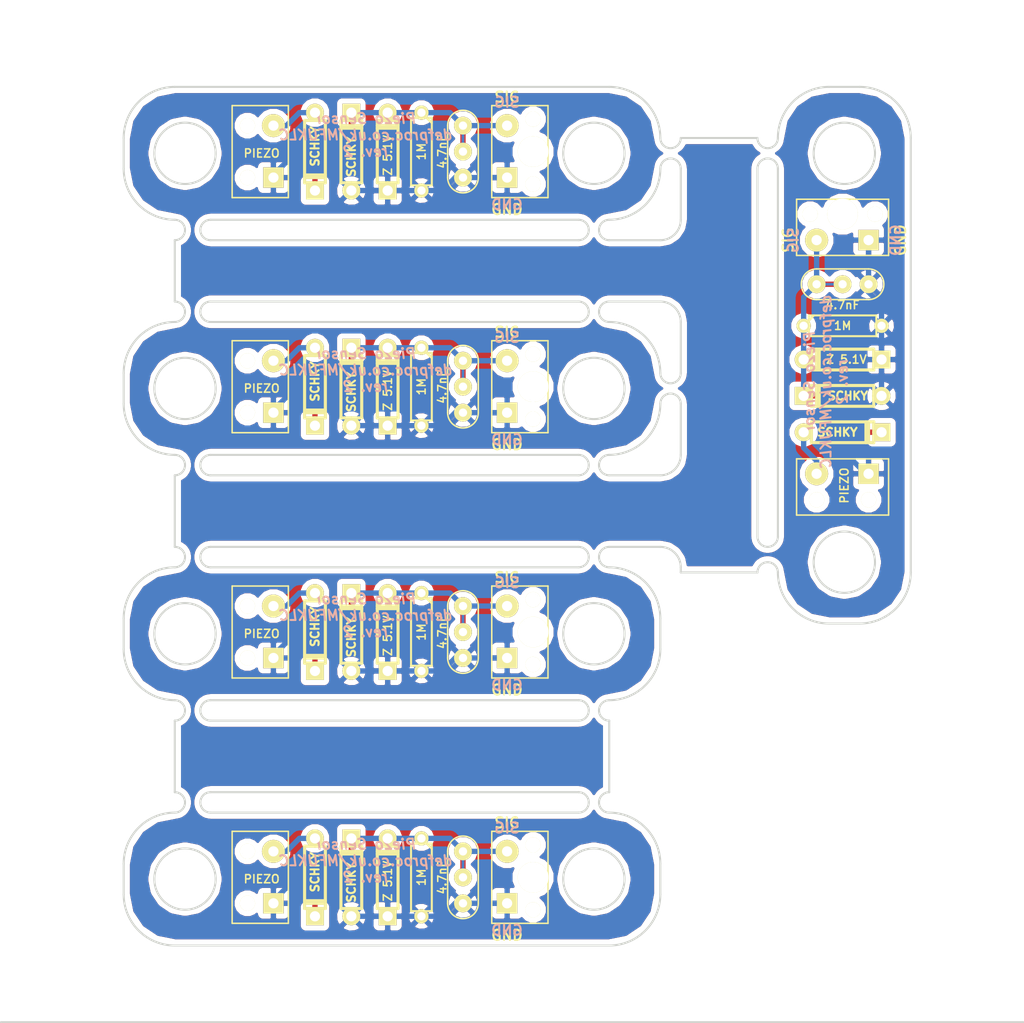
<source format=kicad_pcb>
(kicad_pcb (version 3) (host pcbnew "(2013-jul-07)-stable")
  (layers (15 F.Cu signal) (0 B.Cu signal) (18 B.Paste user hide) (19 F.Paste user hide) (20 B.SilkS user) (21 F.SilkS user) (22 B.Mask user) (23 F.Mask user) (28 Edge.Cuts user))
  (net 0 "")
  (net 1 GND)
  (net 2 N-000001)
  (net 3 SIGNAL)
  (module R3 (layer F.Cu) (at 256.33 167.872)
    (fp_text reference R1 hide)
    (fp_text value 1M (at 0 0) (layer F.SilkS) (effects (font (size 0.8 0.8))))
    (pad 1 thru_hole circle (at -3.81 0) (size 1.397 1.397) (drill 0.8128) (layers *.Cu *.Mask F.SilkS) (net 3 SIGNAL))
    (pad 2 thru_hole circle (at 3.81 0) (size 1.397 1.397) (drill 0.8128) (layers *.Cu *.Mask F.SilkS) (net 1 GND))
  )
  (module PZ2 (layer F.Cu) (at 256.33 184.89)
    (fp_text reference PIEZO (at 0.17 -1.39 90) (layer F.SilkS) (effects (font (size 0.8 0.8))))
    (fp_text value PIEZO hide)
    (pad 1 thru_hole circle (at -2.54 -2.54) (size 2.25 2.25) (drill 1) (layers *.Cu *.Mask F.SilkS) (net 2 N-000001))
    (pad 2 thru_hole rect (at 2.54 -2.54) (size 2 2) (drill 1) (layers *.Cu *.Mask F.SilkS) (net 1 GND))
    (pad "" np_thru_hole circle (at -2.54 0) (size 1.5 1.5) (drill 1.5) (layers *.Cu *.Mask F.SilkS))
    (pad "" np_thru_hole circle (at 2.54 0) (size 1.5 1.5) (drill 1.5) (layers *.Cu *.Mask F.SilkS))
  )
  (module PZ1 (layer F.Cu) (at 256.33 159.49)
    (fp_text reference CONN hide)
    (fp_text value CONN_2 hide)
    (pad 1 thru_hole circle (at -2.54 0) (size 2.25 2.25) (drill 1) (layers *.Cu *.Mask F.SilkS) (net 3 SIGNAL))
    (pad 2 thru_hole rect (at 2.54 0) (size 2 2) (drill 1) (layers *.Cu *.Mask F.SilkS) (net 1 GND))
    (pad "" np_thru_hole circle (at -3.175 -2.54) (size 1.5 1.5) (drill 1.5) (layers *.Cu *.Mask F.SilkS))
    (pad "" np_thru_hole circle (at 3.175 -2.54) (size 1.5 1.5) (drill 1.5) (layers *.Cu *.Mask F.SilkS))
    (pad "" np_thru_hole circle (at 0 -2.54) (size 3 3) (drill 3) (layers *.Cu *.Mask F.SilkS))
  )
  (module C1-2 (layer F.Cu) (at 257.6 163.808)
    (fp_text reference 4.7nF (at -1.27 2.032) (layer F.SilkS) (effects (font (size 0.8 0.8))))
    (fp_text value 4.7nF hide)
    (fp_line (start -3.81 0) (end -1.27 0) (layer B.Cu) (width 0.25))
    (pad 1 thru_hole circle (at -1.27 0) (size 1.75 1.75) (drill 0.8128) (layers *.Cu *.Mask F.SilkS) (net 3 SIGNAL))
    (pad 2 thru_hole circle (at 1.27 0) (size 1.75 1.75) (drill 0.8128) (layers *.Cu *.Mask F.SilkS) (net 1 GND))
    (pad 1 thru_hole circle (at -3.81 0) (size 1.75 1.75) (drill 0.8128) (layers *.Cu *.Mask F.SilkS) (net 3 SIGNAL))
  )
  (module SCHKY1 (layer F.Cu) (at 256.33 178.286)
    (fp_text reference SCHKY (at -0.508 0) (layer F.SilkS) (effects (font (size 0.8 0.8) (thickness 0.2))))
    (fp_text value "SHOTTKY DIODE SR1100" hide)
    (pad 2 thru_hole rect (at 3.81 0) (size 1.75 1.75) (drill 1) (layers *.Cu *.Mask F.SilkS) (net 3 SIGNAL))
    (pad 1 thru_hole circle (at -3.81 0) (size 1.75 1.75) (drill 1) (layers *.Cu *.Mask F.SilkS) (net 2 N-000001))
  )
  (module SCHKY1 (layer F.Cu) (at 256.33 174.73 180)
    (fp_text reference SCHKY (at -0.508 0 180) (layer F.SilkS) (effects (font (size 0.8 0.8) (thickness 0.2))))
    (fp_text value "SHOTTKY DIODE SR1100" hide)
    (pad 2 thru_hole rect (at 3.81 0 180) (size 1.75 1.75) (drill 1) (layers *.Cu *.Mask F.SilkS) (net 3 SIGNAL))
    (pad 1 thru_hole circle (at -3.81 0 180) (size 1.75 1.75) (drill 1) (layers *.Cu *.Mask F.SilkS) (net 1 GND))
  )
  (module D3-REV (layer F.Cu) (at 256.33 171.174 180)
    (fp_text reference "Z 5.1V" (at -0.37 0.01 180) (layer F.SilkS) (effects (font (size 0.8 0.8))))
    (fp_text value "ZENER DIODE 1N751A" hide)
    (pad 2 thru_hole circle (at 3.81 0 180) (size 1.75 1.75) (drill 1) (layers *.Cu *.Mask F.SilkS) (net 3 SIGNAL))
    (pad 1 thru_hole rect (at -3.81 0 180) (size 1.75 1.75) (drill 1) (layers *.Cu *.Mask F.SilkS) (net 1 GND))
  )
  (module D3-REV (layer F.Cu) (at 211.826 221.83 90)
    (fp_text reference "Z 5.1V" (at -0.37 0.01 90) (layer F.SilkS) (effects (font (size 0.8 0.8))))
    (fp_text value "ZENER DIODE 1N751A" hide)
    (pad 2 thru_hole circle (at 3.81 0 90) (size 1.75 1.75) (drill 1) (layers *.Cu *.Mask F.SilkS) (net 3 SIGNAL))
    (pad 1 thru_hole rect (at -3.81 0 90) (size 1.75 1.75) (drill 1) (layers *.Cu *.Mask F.SilkS) (net 1 GND))
  )
  (module SCHKY1 (layer F.Cu) (at 208.27 221.83 90)
    (fp_text reference SCHKY (at -0.508 0 90) (layer F.SilkS) (effects (font (size 0.8 0.8) (thickness 0.2))))
    (fp_text value "SHOTTKY DIODE SR1100" hide)
    (pad 2 thru_hole rect (at 3.81 0 90) (size 1.75 1.75) (drill 1) (layers *.Cu *.Mask F.SilkS) (net 3 SIGNAL))
    (pad 1 thru_hole circle (at -3.81 0 90) (size 1.75 1.75) (drill 1) (layers *.Cu *.Mask F.SilkS) (net 1 GND))
  )
  (module SCHKY1 (layer F.Cu) (at 204.714 221.83 270)
    (fp_text reference SCHKY (at -0.508 0 270) (layer F.SilkS) (effects (font (size 0.8 0.8) (thickness 0.2))))
    (fp_text value "SHOTTKY DIODE SR1100" hide)
    (pad 2 thru_hole rect (at 3.81 0 270) (size 1.75 1.75) (drill 1) (layers *.Cu *.Mask F.SilkS) (net 3 SIGNAL))
    (pad 1 thru_hole circle (at -3.81 0 270) (size 1.75 1.75) (drill 1) (layers *.Cu *.Mask F.SilkS) (net 2 N-000001))
  )
  (module C1-2 (layer F.Cu) (at 219.192 223.1 270)
    (fp_text reference 4.7nF (at -1.27 2.032 270) (layer F.SilkS) (effects (font (size 0.8 0.8))))
    (fp_text value 4.7nF hide)
    (fp_line (start -3.81 0) (end -1.27 0) (layer B.Cu) (width 0.25))
    (pad 1 thru_hole circle (at -1.27 0 270) (size 1.75 1.75) (drill 0.8128) (layers *.Cu *.Mask F.SilkS) (net 3 SIGNAL))
    (pad 2 thru_hole circle (at 1.27 0 270) (size 1.75 1.75) (drill 0.8128) (layers *.Cu *.Mask F.SilkS) (net 1 GND))
    (pad 1 thru_hole circle (at -3.81 0 270) (size 1.75 1.75) (drill 0.8128) (layers *.Cu *.Mask F.SilkS) (net 3 SIGNAL))
  )
  (module PZ1 (layer F.Cu) (at 223.51 221.83 270)
    (fp_text reference CONN hide)
    (fp_text value CONN_2 hide)
    (pad 1 thru_hole circle (at -2.54 0 270) (size 2.25 2.25) (drill 1) (layers *.Cu *.Mask F.SilkS) (net 3 SIGNAL))
    (pad 2 thru_hole rect (at 2.54 0 270) (size 2 2) (drill 1) (layers *.Cu *.Mask F.SilkS) (net 1 GND))
    (pad "" np_thru_hole circle (at -3.175 -2.54 270) (size 1.5 1.5) (drill 1.5) (layers *.Cu *.Mask F.SilkS))
    (pad "" np_thru_hole circle (at 3.175 -2.54 270) (size 1.5 1.5) (drill 1.5) (layers *.Cu *.Mask F.SilkS))
    (pad "" np_thru_hole circle (at 0 -2.54 270) (size 3 3) (drill 3) (layers *.Cu *.Mask F.SilkS))
  )
  (module PZ2 (layer F.Cu) (at 198.11 221.83 270)
    (fp_text reference PIEZO (at 0.17 -1.39 360) (layer F.SilkS) (effects (font (size 0.8 0.8))))
    (fp_text value PIEZO hide)
    (pad 1 thru_hole circle (at -2.54 -2.54 270) (size 2.25 2.25) (drill 1) (layers *.Cu *.Mask F.SilkS) (net 2 N-000001))
    (pad 2 thru_hole rect (at 2.54 -2.54 270) (size 2 2) (drill 1) (layers *.Cu *.Mask F.SilkS) (net 1 GND))
    (pad "" np_thru_hole circle (at -2.54 0 270) (size 1.5 1.5) (drill 1.5) (layers *.Cu *.Mask F.SilkS))
    (pad "" np_thru_hole circle (at 2.54 0 270) (size 1.5 1.5) (drill 1.5) (layers *.Cu *.Mask F.SilkS))
  )
  (module R3 (layer F.Cu) (at 215.128 221.83 270)
    (fp_text reference R1 hide)
    (fp_text value 1M (at 0 0 270) (layer F.SilkS) (effects (font (size 0.8 0.8))))
    (pad 1 thru_hole circle (at -3.81 0 270) (size 1.397 1.397) (drill 0.8128) (layers *.Cu *.Mask F.SilkS) (net 3 SIGNAL))
    (pad 2 thru_hole circle (at 3.81 0 270) (size 1.397 1.397) (drill 0.8128) (layers *.Cu *.Mask F.SilkS) (net 1 GND))
  )
  (module R3 (layer F.Cu) (at 215.128 197.83 270)
    (fp_text reference R1 hide)
    (fp_text value 1M (at 0 0 270) (layer F.SilkS) (effects (font (size 0.8 0.8))))
    (pad 1 thru_hole circle (at -3.81 0 270) (size 1.397 1.397) (drill 0.8128) (layers *.Cu *.Mask F.SilkS) (net 3 SIGNAL))
    (pad 2 thru_hole circle (at 3.81 0 270) (size 1.397 1.397) (drill 0.8128) (layers *.Cu *.Mask F.SilkS) (net 1 GND))
  )
  (module PZ2 (layer F.Cu) (at 198.11 197.83 270)
    (fp_text reference PIEZO (at 0.17 -1.39 360) (layer F.SilkS) (effects (font (size 0.8 0.8))))
    (fp_text value PIEZO hide)
    (pad 1 thru_hole circle (at -2.54 -2.54 270) (size 2.25 2.25) (drill 1) (layers *.Cu *.Mask F.SilkS) (net 2 N-000001))
    (pad 2 thru_hole rect (at 2.54 -2.54 270) (size 2 2) (drill 1) (layers *.Cu *.Mask F.SilkS) (net 1 GND))
    (pad "" np_thru_hole circle (at -2.54 0 270) (size 1.5 1.5) (drill 1.5) (layers *.Cu *.Mask F.SilkS))
    (pad "" np_thru_hole circle (at 2.54 0 270) (size 1.5 1.5) (drill 1.5) (layers *.Cu *.Mask F.SilkS))
  )
  (module PZ1 (layer F.Cu) (at 223.51 197.83 270)
    (fp_text reference CONN hide)
    (fp_text value CONN_2 hide)
    (pad 1 thru_hole circle (at -2.54 0 270) (size 2.25 2.25) (drill 1) (layers *.Cu *.Mask F.SilkS) (net 3 SIGNAL))
    (pad 2 thru_hole rect (at 2.54 0 270) (size 2 2) (drill 1) (layers *.Cu *.Mask F.SilkS) (net 1 GND))
    (pad "" np_thru_hole circle (at -3.175 -2.54 270) (size 1.5 1.5) (drill 1.5) (layers *.Cu *.Mask F.SilkS))
    (pad "" np_thru_hole circle (at 3.175 -2.54 270) (size 1.5 1.5) (drill 1.5) (layers *.Cu *.Mask F.SilkS))
    (pad "" np_thru_hole circle (at 0 -2.54 270) (size 3 3) (drill 3) (layers *.Cu *.Mask F.SilkS))
  )
  (module C1-2 (layer F.Cu) (at 219.192 199.1 270)
    (fp_text reference 4.7nF (at -1.27 2.032 270) (layer F.SilkS) (effects (font (size 0.8 0.8))))
    (fp_text value 4.7nF hide)
    (fp_line (start -3.81 0) (end -1.27 0) (layer B.Cu) (width 0.25))
    (pad 1 thru_hole circle (at -1.27 0 270) (size 1.75 1.75) (drill 0.8128) (layers *.Cu *.Mask F.SilkS) (net 3 SIGNAL))
    (pad 2 thru_hole circle (at 1.27 0 270) (size 1.75 1.75) (drill 0.8128) (layers *.Cu *.Mask F.SilkS) (net 1 GND))
    (pad 1 thru_hole circle (at -3.81 0 270) (size 1.75 1.75) (drill 0.8128) (layers *.Cu *.Mask F.SilkS) (net 3 SIGNAL))
  )
  (module SCHKY1 (layer F.Cu) (at 204.714 197.83 270)
    (fp_text reference SCHKY (at -0.508 0 270) (layer F.SilkS) (effects (font (size 0.8 0.8) (thickness 0.2))))
    (fp_text value "SHOTTKY DIODE SR1100" hide)
    (pad 2 thru_hole rect (at 3.81 0 270) (size 1.75 1.75) (drill 1) (layers *.Cu *.Mask F.SilkS) (net 3 SIGNAL))
    (pad 1 thru_hole circle (at -3.81 0 270) (size 1.75 1.75) (drill 1) (layers *.Cu *.Mask F.SilkS) (net 2 N-000001))
  )
  (module SCHKY1 (layer F.Cu) (at 208.27 197.83 90)
    (fp_text reference SCHKY (at -0.508 0 90) (layer F.SilkS) (effects (font (size 0.8 0.8) (thickness 0.2))))
    (fp_text value "SHOTTKY DIODE SR1100" hide)
    (pad 2 thru_hole rect (at 3.81 0 90) (size 1.75 1.75) (drill 1) (layers *.Cu *.Mask F.SilkS) (net 3 SIGNAL))
    (pad 1 thru_hole circle (at -3.81 0 90) (size 1.75 1.75) (drill 1) (layers *.Cu *.Mask F.SilkS) (net 1 GND))
  )
  (module D3-REV (layer F.Cu) (at 211.826 197.83 90)
    (fp_text reference "Z 5.1V" (at -0.37 0.01 90) (layer F.SilkS) (effects (font (size 0.8 0.8))))
    (fp_text value "ZENER DIODE 1N751A" hide)
    (pad 2 thru_hole circle (at 3.81 0 90) (size 1.75 1.75) (drill 1) (layers *.Cu *.Mask F.SilkS) (net 3 SIGNAL))
    (pad 1 thru_hole rect (at -3.81 0 90) (size 1.75 1.75) (drill 1) (layers *.Cu *.Mask F.SilkS) (net 1 GND))
  )
  (module D3-REV (layer F.Cu) (at 211.826 173.83 90)
    (fp_text reference "Z 5.1V" (at -0.37 0.01 90) (layer F.SilkS) (effects (font (size 0.8 0.8))))
    (fp_text value "ZENER DIODE 1N751A" hide)
    (pad 2 thru_hole circle (at 3.81 0 90) (size 1.75 1.75) (drill 1) (layers *.Cu *.Mask F.SilkS) (net 3 SIGNAL))
    (pad 1 thru_hole rect (at -3.81 0 90) (size 1.75 1.75) (drill 1) (layers *.Cu *.Mask F.SilkS) (net 1 GND))
  )
  (module SCHKY1 (layer F.Cu) (at 208.27 173.83 90)
    (fp_text reference SCHKY (at -0.508 0 90) (layer F.SilkS) (effects (font (size 0.8 0.8) (thickness 0.2))))
    (fp_text value "SHOTTKY DIODE SR1100" hide)
    (pad 2 thru_hole rect (at 3.81 0 90) (size 1.75 1.75) (drill 1) (layers *.Cu *.Mask F.SilkS) (net 3 SIGNAL))
    (pad 1 thru_hole circle (at -3.81 0 90) (size 1.75 1.75) (drill 1) (layers *.Cu *.Mask F.SilkS) (net 1 GND))
  )
  (module SCHKY1 (layer F.Cu) (at 204.714 173.83 270)
    (fp_text reference SCHKY (at -0.508 0 270) (layer F.SilkS) (effects (font (size 0.8 0.8) (thickness 0.2))))
    (fp_text value "SHOTTKY DIODE SR1100" hide)
    (pad 2 thru_hole rect (at 3.81 0 270) (size 1.75 1.75) (drill 1) (layers *.Cu *.Mask F.SilkS) (net 3 SIGNAL))
    (pad 1 thru_hole circle (at -3.81 0 270) (size 1.75 1.75) (drill 1) (layers *.Cu *.Mask F.SilkS) (net 2 N-000001))
  )
  (module C1-2 (layer F.Cu) (at 219.192 175.1 270)
    (fp_text reference 4.7nF (at -1.27 2.032 270) (layer F.SilkS) (effects (font (size 0.8 0.8))))
    (fp_text value 4.7nF hide)
    (fp_line (start -3.81 0) (end -1.27 0) (layer B.Cu) (width 0.25))
    (pad 1 thru_hole circle (at -1.27 0 270) (size 1.75 1.75) (drill 0.8128) (layers *.Cu *.Mask F.SilkS) (net 3 SIGNAL))
    (pad 2 thru_hole circle (at 1.27 0 270) (size 1.75 1.75) (drill 0.8128) (layers *.Cu *.Mask F.SilkS) (net 1 GND))
    (pad 1 thru_hole circle (at -3.81 0 270) (size 1.75 1.75) (drill 0.8128) (layers *.Cu *.Mask F.SilkS) (net 3 SIGNAL))
  )
  (module PZ1 (layer F.Cu) (at 223.51 173.83 270)
    (fp_text reference CONN hide)
    (fp_text value CONN_2 hide)
    (pad 1 thru_hole circle (at -2.54 0 270) (size 2.25 2.25) (drill 1) (layers *.Cu *.Mask F.SilkS) (net 3 SIGNAL))
    (pad 2 thru_hole rect (at 2.54 0 270) (size 2 2) (drill 1) (layers *.Cu *.Mask F.SilkS) (net 1 GND))
    (pad "" np_thru_hole circle (at -3.175 -2.54 270) (size 1.5 1.5) (drill 1.5) (layers *.Cu *.Mask F.SilkS))
    (pad "" np_thru_hole circle (at 3.175 -2.54 270) (size 1.5 1.5) (drill 1.5) (layers *.Cu *.Mask F.SilkS))
    (pad "" np_thru_hole circle (at 0 -2.54 270) (size 3 3) (drill 3) (layers *.Cu *.Mask F.SilkS))
  )
  (module PZ2 (layer F.Cu) (at 198.11 173.83 270)
    (fp_text reference PIEZO (at 0.17 -1.39 360) (layer F.SilkS) (effects (font (size 0.8 0.8))))
    (fp_text value PIEZO hide)
    (pad 1 thru_hole circle (at -2.54 -2.54 270) (size 2.25 2.25) (drill 1) (layers *.Cu *.Mask F.SilkS) (net 2 N-000001))
    (pad 2 thru_hole rect (at 2.54 -2.54 270) (size 2 2) (drill 1) (layers *.Cu *.Mask F.SilkS) (net 1 GND))
    (pad "" np_thru_hole circle (at -2.54 0 270) (size 1.5 1.5) (drill 1.5) (layers *.Cu *.Mask F.SilkS))
    (pad "" np_thru_hole circle (at 2.54 0 270) (size 1.5 1.5) (drill 1.5) (layers *.Cu *.Mask F.SilkS))
  )
  (module R3 (layer F.Cu) (at 215.128 173.83 270)
    (fp_text reference R1 hide)
    (fp_text value 1M (at 0 0 270) (layer F.SilkS) (effects (font (size 0.8 0.8))))
    (pad 1 thru_hole circle (at -3.81 0 270) (size 1.397 1.397) (drill 0.8128) (layers *.Cu *.Mask F.SilkS) (net 3 SIGNAL))
    (pad 2 thru_hole circle (at 3.81 0 270) (size 1.397 1.397) (drill 0.8128) (layers *.Cu *.Mask F.SilkS) (net 1 GND))
  )
  (module R3 (layer F.Cu) (at 215.128 150.83 270)
    (fp_text reference R1 hide)
    (fp_text value 1M (at 0 0 270) (layer F.SilkS) (effects (font (size 0.8 0.8))))
    (pad 1 thru_hole circle (at -3.81 0 270) (size 1.397 1.397) (drill 0.8128) (layers *.Cu *.Mask F.SilkS) (net 3 SIGNAL))
    (pad 2 thru_hole circle (at 3.81 0 270) (size 1.397 1.397) (drill 0.8128) (layers *.Cu *.Mask F.SilkS) (net 1 GND))
  )
  (module PZ2 (layer F.Cu) (at 198.11 150.83 270)
    (fp_text reference PIEZO (at 0.17 -1.39 360) (layer F.SilkS) (effects (font (size 0.8 0.8))))
    (fp_text value PIEZO hide)
    (pad 1 thru_hole circle (at -2.54 -2.54 270) (size 2.25 2.25) (drill 1) (layers *.Cu *.Mask F.SilkS) (net 2 N-000001))
    (pad 2 thru_hole rect (at 2.54 -2.54 270) (size 2 2) (drill 1) (layers *.Cu *.Mask F.SilkS) (net 1 GND))
    (pad "" np_thru_hole circle (at -2.54 0 270) (size 1.5 1.5) (drill 1.5) (layers *.Cu *.Mask F.SilkS))
    (pad "" np_thru_hole circle (at 2.54 0 270) (size 1.5 1.5) (drill 1.5) (layers *.Cu *.Mask F.SilkS))
  )
  (module PZ1 (layer F.Cu) (at 223.51 150.83 270)
    (fp_text reference CONN hide)
    (fp_text value CONN_2 hide)
    (pad 1 thru_hole circle (at -2.54 0 270) (size 2.25 2.25) (drill 1) (layers *.Cu *.Mask F.SilkS) (net 3 SIGNAL))
    (pad 2 thru_hole rect (at 2.54 0 270) (size 2 2) (drill 1) (layers *.Cu *.Mask F.SilkS) (net 1 GND))
    (pad "" np_thru_hole circle (at -3.175 -2.54 270) (size 1.5 1.5) (drill 1.5) (layers *.Cu *.Mask F.SilkS))
    (pad "" np_thru_hole circle (at 3.175 -2.54 270) (size 1.5 1.5) (drill 1.5) (layers *.Cu *.Mask F.SilkS))
    (pad "" np_thru_hole circle (at 0 -2.54 270) (size 3 3) (drill 3) (layers *.Cu *.Mask F.SilkS))
  )
  (module C1-2 (layer F.Cu) (at 219.192 152.1 270)
    (fp_text reference 4.7nF (at -1.27 2.032 270) (layer F.SilkS) (effects (font (size 0.8 0.8))))
    (fp_text value 4.7nF hide)
    (fp_line (start -3.81 0) (end -1.27 0) (layer B.Cu) (width 0.25))
    (pad 1 thru_hole circle (at -1.27 0 270) (size 1.75 1.75) (drill 0.8128) (layers *.Cu *.Mask F.SilkS) (net 3 SIGNAL))
    (pad 2 thru_hole circle (at 1.27 0 270) (size 1.75 1.75) (drill 0.8128) (layers *.Cu *.Mask F.SilkS) (net 1 GND))
    (pad 1 thru_hole circle (at -3.81 0 270) (size 1.75 1.75) (drill 0.8128) (layers *.Cu *.Mask F.SilkS) (net 3 SIGNAL))
  )
  (module SCHKY1 (layer F.Cu) (at 204.714 150.83 270)
    (fp_text reference SCHKY (at -0.508 0 270) (layer F.SilkS) (effects (font (size 0.8 0.8) (thickness 0.2))))
    (fp_text value "SHOTTKY DIODE SR1100" hide)
    (pad 2 thru_hole rect (at 3.81 0 270) (size 1.75 1.75) (drill 1) (layers *.Cu *.Mask F.SilkS) (net 3 SIGNAL))
    (pad 1 thru_hole circle (at -3.81 0 270) (size 1.75 1.75) (drill 1) (layers *.Cu *.Mask F.SilkS) (net 2 N-000001))
  )
  (module SCHKY1 (layer F.Cu) (at 208.27 150.83 90)
    (fp_text reference SCHKY (at -0.508 0 90) (layer F.SilkS) (effects (font (size 0.8 0.8) (thickness 0.2))))
    (fp_text value "SHOTTKY DIODE SR1100" hide)
    (pad 2 thru_hole rect (at 3.81 0 90) (size 1.75 1.75) (drill 1) (layers *.Cu *.Mask F.SilkS) (net 3 SIGNAL))
    (pad 1 thru_hole circle (at -3.81 0 90) (size 1.75 1.75) (drill 1) (layers *.Cu *.Mask F.SilkS) (net 1 GND))
  )
  (module D3-REV (layer F.Cu) (at 211.826 150.83 90)
    (fp_text reference "Z 5.1V" (at -0.37 0.01 90) (layer F.SilkS) (effects (font (size 0.8 0.8))))
    (fp_text value "ZENER DIODE 1N751A" hide)
    (pad 2 thru_hole circle (at 3.81 0 90) (size 1.75 1.75) (drill 1) (layers *.Cu *.Mask F.SilkS) (net 3 SIGNAL))
    (pad 1 thru_hole rect (at -3.81 0 90) (size 1.75 1.75) (drill 1) (layers *.Cu *.Mask F.SilkS) (net 1 GND))
  )
  (gr_line (start 274 236) (end 174 236) (angle 90) (layer Edge.Cuts) (width 0.2))
  (gr_line (start 240.5 192) (end 248 192) (angle 90) (layer Edge.Cuts) (width 0.2))
  (gr_line (start 240.5 149.5) (end 248 149.5) (angle 90) (layer Edge.Cuts) (width 0.2))
  (gr_arc (start 249 188.5) (end 250 188.5) (angle 180) (layer Edge.Cuts) (width 0.2))
  (gr_arc (start 249 152.5) (end 248 152.5) (angle 180) (layer Edge.Cuts) (width 0.2))
  (gr_line (start 248 188.5) (end 248 152.5) (angle 90) (layer Edge.Cuts) (width 0.2))
  (gr_line (start 250 188.5) (end 250 152.5) (angle 90) (layer Edge.Cuts) (width 0.2))
  (gr_arc (start 249 192) (end 248 192) (angle 180) (layer Edge.Cuts) (width 0.2))
  (gr_arc (start 249 149.5) (end 250 149.5) (angle 180) (layer Edge.Cuts) (width 0.2))
  (gr_arc (start 258 149.5) (end 258 144.5) (angle 90) (layer Edge.Cuts) (width 0.2))
  (gr_arc (start 255 149.5) (end 250 149.5) (angle 90) (layer Edge.Cuts) (width 0.2))
  (gr_arc (start 255 192) (end 255 197) (angle 90) (layer Edge.Cuts) (width 0.2))
  (gr_arc (start 258 192) (end 263 192) (angle 90) (layer Edge.Cuts) (width 0.2))
  (gr_circle (center 256.5 151) (end 259.5 151) (layer Edge.Cuts) (width 0.2))
  (gr_text SIG (at 251 159.5 90) (layer F.SilkS) (effects (font (size 1 1) (thickness 0.2))))
  (gr_text SIG (at 251.5 159.5 90) (layer B.SilkS) (effects (font (size 1 1) (thickness 0.2)) (justify mirror)))
  (gr_text GND (at 261.5 159.5 90) (layer B.SilkS) (effects (font (size 1 1) (thickness 0.2)) (justify mirror)))
  (gr_circle (center 256.5 191) (end 256.5 188) (layer Edge.Cuts) (width 0.2))
  (gr_text "Piezo Sensor\ndefproc.co.uk/MFUKLC\nrev. 2" (at 254.7 173.3 90) (layer B.SilkS) (effects (font (size 1 1) (thickness 0.2) italic) (justify mirror)))
  (gr_text GND (at 262 159.5 90) (layer F.SilkS) (effects (font (size 1 1) (thickness 0.2))))
  (gr_line (start 255 197) (end 258 197) (angle 90) (layer Edge.Cuts) (width 0.2))
  (gr_line (start 263 192) (end 263 149.5) (angle 90) (layer Edge.Cuts) (width 0.2))
  (gr_line (start 258 144.5) (end 255 144.5) (angle 90) (layer Edge.Cuts) (width 0.2))
  (gr_line (start 233.5 213.5) (end 233.5 206.5) (angle 90) (layer Edge.Cuts) (width 0.2))
  (gr_line (start 191 206.5) (end 191 213.5) (angle 90) (layer Edge.Cuts) (width 0.2))
  (gr_line (start 240.5 191.5) (end 240.5 192) (angle 90) (layer Edge.Cuts) (width 0.2))
  (gr_line (start 238.5 199.5) (end 238.5 196.5) (angle 90) (layer Edge.Cuts) (width 0.2))
  (gr_line (start 238.5 223.5) (end 238.5 220.5) (angle 90) (layer Edge.Cuts) (width 0.2))
  (gr_line (start 191 228.5) (end 233.5 228.5) (angle 90) (layer Edge.Cuts) (width 0.2))
  (gr_line (start 186 220.5) (end 186 223.5) (angle 90) (layer Edge.Cuts) (width 0.2))
  (gr_line (start 186 196.5) (end 186 199.5) (angle 90) (layer Edge.Cuts) (width 0.2))
  (gr_line (start 191 182.5) (end 191 189.5) (angle 90) (layer Edge.Cuts) (width 0.2))
  (gr_arc (start 191 190.5) (end 191 189.5) (angle 180) (layer Edge.Cuts) (width 0.2))
  (gr_line (start 186 172.5) (end 186 175.5) (angle 90) (layer Edge.Cuts) (width 0.2))
  (gr_line (start 191 159.5) (end 191 165.5) (angle 90) (layer Edge.Cuts) (width 0.2))
  (gr_line (start 186 149.5) (end 186 152.5) (angle 90) (layer Edge.Cuts) (width 0.2))
  (gr_line (start 191 144.5) (end 233.5 144.5) (angle 90) (layer Edge.Cuts) (width 0.2))
  (gr_arc (start 191 158.5) (end 191 157.5) (angle 180) (layer Edge.Cuts) (width 0.2))
  (gr_text GND (at 223.5 227.5) (layer F.SilkS) (effects (font (size 1 1) (thickness 0.2))))
  (gr_text "Piezo Sensor\ndefproc.co.uk/MFUKLC\nrev. 2" (at 209.7 220.2) (layer B.SilkS) (effects (font (size 1 1) (thickness 0.2) italic) (justify mirror)))
  (gr_circle (center 192 222) (end 195 222) (layer Edge.Cuts) (width 0.2))
  (gr_text GND (at 223.5 227) (layer B.SilkS) (effects (font (size 1 1) (thickness 0.2)) (justify mirror)))
  (gr_text SIG (at 223.5 217) (layer B.SilkS) (effects (font (size 1 1) (thickness 0.2)) (justify mirror)))
  (gr_text SIG (at 223.5 216.5) (layer F.SilkS) (effects (font (size 1 1) (thickness 0.2))))
  (gr_circle (center 232 222) (end 232 225) (layer Edge.Cuts) (width 0.2))
  (gr_arc (start 191 223.5) (end 191 228.5) (angle 90) (layer Edge.Cuts) (width 0.2))
  (gr_arc (start 191 220.5) (end 186 220.5) (angle 90) (layer Edge.Cuts) (width 0.2))
  (gr_arc (start 233.5 220.5) (end 233.5 215.5) (angle 90) (layer Edge.Cuts) (width 0.2))
  (gr_arc (start 233.5 223.5) (end 238.5 223.5) (angle 90) (layer Edge.Cuts) (width 0.2))
  (gr_arc (start 233.5 214.5) (end 233.5 215.5) (angle 180) (layer Edge.Cuts) (width 0.2))
  (gr_arc (start 191 214.5) (end 191 213.5) (angle 180) (layer Edge.Cuts) (width 0.2))
  (gr_line (start 194.5 215.5) (end 230.5 215.5) (angle 90) (layer Edge.Cuts) (width 0.2))
  (gr_line (start 194.5 213.5) (end 230.5 213.5) (angle 90) (layer Edge.Cuts) (width 0.2))
  (gr_arc (start 230.5 214.5) (end 230.5 213.5) (angle 180) (layer Edge.Cuts) (width 0.2))
  (gr_arc (start 194.5 214.5) (end 194.5 215.5) (angle 180) (layer Edge.Cuts) (width 0.2))
  (gr_line (start 238.5 189.5) (end 233.5 189.5) (angle 90) (layer Edge.Cuts) (width 0.2))
  (gr_arc (start 238.5 191.5) (end 238.5 189.5) (angle 90) (layer Edge.Cuts) (width 0.2))
  (gr_arc (start 230.5 205.5) (end 230.5 204.5) (angle 180) (layer Edge.Cuts) (width 0.2))
  (gr_arc (start 194.5 205.5) (end 194.5 206.5) (angle 180) (layer Edge.Cuts) (width 0.2))
  (gr_arc (start 194.5 190.5) (end 194.5 191.5) (angle 180) (layer Edge.Cuts) (width 0.2))
  (gr_arc (start 230.5 190.5) (end 230.5 189.5) (angle 180) (layer Edge.Cuts) (width 0.2))
  (gr_line (start 194.5 206.5) (end 230.5 206.5) (angle 90) (layer Edge.Cuts) (width 0.2))
  (gr_line (start 230.5 204.5) (end 194.5 204.5) (angle 90) (layer Edge.Cuts) (width 0.2))
  (gr_line (start 194.5 189.5) (end 230.5 189.5) (angle 90) (layer Edge.Cuts) (width 0.2))
  (gr_line (start 194.5 191.5) (end 230.5 191.5) (angle 90) (layer Edge.Cuts) (width 0.2))
  (gr_arc (start 191 205.5) (end 191 204.5) (angle 180) (layer Edge.Cuts) (width 0.2))
  (gr_arc (start 233.5 205.5) (end 233.5 206.5) (angle 180) (layer Edge.Cuts) (width 0.2))
  (gr_arc (start 233.5 190.5) (end 233.5 191.5) (angle 180) (layer Edge.Cuts) (width 0.2))
  (gr_arc (start 233.5 199.5) (end 238.5 199.5) (angle 90) (layer Edge.Cuts) (width 0.2))
  (gr_arc (start 233.5 196.5) (end 233.5 191.5) (angle 90) (layer Edge.Cuts) (width 0.2))
  (gr_arc (start 191 196.5) (end 186 196.5) (angle 90) (layer Edge.Cuts) (width 0.2))
  (gr_arc (start 191 199.5) (end 191 204.5) (angle 90) (layer Edge.Cuts) (width 0.2))
  (gr_circle (center 232 198) (end 232 201) (layer Edge.Cuts) (width 0.2))
  (gr_text SIG (at 223.5 192.5) (layer F.SilkS) (effects (font (size 1 1) (thickness 0.2))))
  (gr_text SIG (at 223.5 193) (layer B.SilkS) (effects (font (size 1 1) (thickness 0.2)) (justify mirror)))
  (gr_text GND (at 223.5 203) (layer B.SilkS) (effects (font (size 1 1) (thickness 0.2)) (justify mirror)))
  (gr_circle (center 192 198) (end 195 198) (layer Edge.Cuts) (width 0.2))
  (gr_text "Piezo Sensor\ndefproc.co.uk/MFUKLC\nrev. 2" (at 209.7 196.2) (layer B.SilkS) (effects (font (size 1 1) (thickness 0.2) italic) (justify mirror)))
  (gr_text GND (at 223.5 203.5) (layer F.SilkS) (effects (font (size 1 1) (thickness 0.2))))
  (gr_text GND (at 223.5 179.5) (layer F.SilkS) (effects (font (size 1 1) (thickness 0.2))))
  (gr_text "Piezo Sensor\ndefproc.co.uk/MFUKLC\nrev. 2" (at 209.7 172.2) (layer B.SilkS) (effects (font (size 1 1) (thickness 0.2) italic) (justify mirror)))
  (gr_circle (center 192 174) (end 195 174) (layer Edge.Cuts) (width 0.2))
  (gr_text GND (at 223.5 179) (layer B.SilkS) (effects (font (size 1 1) (thickness 0.2)) (justify mirror)))
  (gr_text SIG (at 223.5 169) (layer B.SilkS) (effects (font (size 1 1) (thickness 0.2)) (justify mirror)))
  (gr_text SIG (at 223.5 168.5) (layer F.SilkS) (effects (font (size 1 1) (thickness 0.2))))
  (gr_circle (center 232 174) (end 232 177) (layer Edge.Cuts) (width 0.2))
  (gr_arc (start 191 175.5) (end 191 180.5) (angle 90) (layer Edge.Cuts) (width 0.2))
  (gr_arc (start 191 172.5) (end 186 172.5) (angle 90) (layer Edge.Cuts) (width 0.2))
  (gr_arc (start 233.5 172.5) (end 233.5 167.5) (angle 90) (layer Edge.Cuts) (width 0.2))
  (gr_arc (start 233.5 175.5) (end 238.5 175.5) (angle 90) (layer Edge.Cuts) (width 0.2))
  (gr_arc (start 239.5 175.5) (end 238.5 175.5) (angle 180) (layer Edge.Cuts) (width 0.2))
  (gr_arc (start 239.5 172.5) (end 240.5 172.5) (angle 180) (layer Edge.Cuts) (width 0.2))
  (gr_arc (start 233.5 166.5) (end 233.5 167.5) (angle 180) (layer Edge.Cuts) (width 0.2))
  (gr_arc (start 233.5 181.5) (end 233.5 182.5) (angle 180) (layer Edge.Cuts) (width 0.2))
  (gr_arc (start 191 166.5) (end 191 165.5) (angle 180) (layer Edge.Cuts) (width 0.2))
  (gr_arc (start 191 181.5) (end 191 180.5) (angle 180) (layer Edge.Cuts) (width 0.2))
  (gr_line (start 194.5 167.5) (end 230.5 167.5) (angle 90) (layer Edge.Cuts) (width 0.2))
  (gr_line (start 194.5 165.5) (end 230.5 165.5) (angle 90) (layer Edge.Cuts) (width 0.2))
  (gr_line (start 230.5 180.5) (end 194.5 180.5) (angle 90) (layer Edge.Cuts) (width 0.2))
  (gr_line (start 194.5 182.5) (end 230.5 182.5) (angle 90) (layer Edge.Cuts) (width 0.2))
  (gr_arc (start 230.5 166.5) (end 230.5 165.5) (angle 180) (layer Edge.Cuts) (width 0.2))
  (gr_arc (start 194.5 166.5) (end 194.5 167.5) (angle 180) (layer Edge.Cuts) (width 0.2))
  (gr_arc (start 194.5 181.5) (end 194.5 182.5) (angle 180) (layer Edge.Cuts) (width 0.2))
  (gr_arc (start 230.5 181.5) (end 230.5 180.5) (angle 180) (layer Edge.Cuts) (width 0.2))
  (gr_line (start 240.5 167.5) (end 240.5 172.5) (angle 90) (layer Edge.Cuts) (width 0.2))
  (gr_arc (start 238.5 167.5) (end 238.5 165.5) (angle 90) (layer Edge.Cuts) (width 0.2))
  (gr_line (start 238.5 165.5) (end 233.5 165.5) (angle 90) (layer Edge.Cuts) (width 0.2))
  (gr_line (start 240.5 175.5) (end 240.5 180.5) (angle 90) (layer Edge.Cuts) (width 0.2))
  (gr_line (start 233.5 182.5) (end 238.5 182.5) (angle 90) (layer Edge.Cuts) (width 0.2))
  (gr_arc (start 238.5 180.5) (end 240.5 180.5) (angle 90) (layer Edge.Cuts) (width 0.2))
  (gr_arc (start 238.5 157.5) (end 240.5 157.5) (angle 90) (layer Edge.Cuts) (width 0.2))
  (gr_line (start 233.5 159.5) (end 238.5 159.5) (angle 90) (layer Edge.Cuts) (width 0.2))
  (gr_line (start 240.5 152.5) (end 240.5 157.5) (angle 90) (layer Edge.Cuts) (width 0.2))
  (gr_arc (start 230.5 158.5) (end 230.5 157.5) (angle 180) (layer Edge.Cuts) (width 0.2))
  (gr_arc (start 194.5 158.5) (end 194.5 159.5) (angle 180) (layer Edge.Cuts) (width 0.2))
  (gr_line (start 194.5 159.5) (end 230.5 159.5) (angle 90) (layer Edge.Cuts) (width 0.2))
  (gr_line (start 230.5 157.5) (end 194.5 157.5) (angle 90) (layer Edge.Cuts) (width 0.2))
  (gr_arc (start 233.5 158.5) (end 233.5 159.5) (angle 180) (layer Edge.Cuts) (width 0.2))
  (gr_arc (start 239.5 149.5) (end 240.5 149.5) (angle 180) (layer Edge.Cuts) (width 0.2))
  (gr_arc (start 239.5 152.5) (end 238.5 152.5) (angle 180) (layer Edge.Cuts) (width 0.2))
  (gr_arc (start 233.5 152.5) (end 238.5 152.5) (angle 90) (layer Edge.Cuts) (width 0.2))
  (gr_arc (start 233.5 149.5) (end 233.5 144.5) (angle 90) (layer Edge.Cuts) (width 0.2))
  (gr_arc (start 191 149.5) (end 186 149.5) (angle 90) (layer Edge.Cuts) (width 0.2))
  (gr_arc (start 191 152.5) (end 191 157.5) (angle 90) (layer Edge.Cuts) (width 0.2))
  (gr_circle (center 232 151) (end 232 154) (layer Edge.Cuts) (width 0.2))
  (gr_text SIG (at 223.5 145.5) (layer F.SilkS) (effects (font (size 1 1) (thickness 0.2))))
  (gr_text SIG (at 223.5 146) (layer B.SilkS) (effects (font (size 1 1) (thickness 0.2)) (justify mirror)))
  (gr_text GND (at 223.5 156) (layer B.SilkS) (effects (font (size 1 1) (thickness 0.2)) (justify mirror)))
  (gr_circle (center 192 151) (end 195 151) (layer Edge.Cuts) (width 0.2))
  (gr_text "Piezo Sensor\ndefproc.co.uk/MFUKLC\nrev. 2" (at 209.7 149.2) (layer B.SilkS) (effects (font (size 1 1) (thickness 0.2) italic) (justify mirror)))
  (gr_text GND (at 223.5 156.5) (layer F.SilkS) (effects (font (size 1 1) (thickness 0.2))))
  (segment (start 258.87 182.35) (end 258.616 182.35) (width 0.52) (layer B.Cu) (net 1))
  (segment (start 257.346 177.524) (end 260.14 174.73) (width 0.52) (layer B.Cu) (net 1))
  (segment (start 257.346 181.08) (end 257.346 177.524) (width 0.52) (layer B.Cu) (net 1))
  (segment (start 258.616 182.35) (end 257.346 181.08) (width 0.52) (layer B.Cu) (net 1))
  (segment (start 260.14 174.73) (end 260.14 167.872) (width 0.52) (layer B.Cu) (net 1))
  (segment (start 260.14 167.872) (end 260.14 165.84) (width 0.52) (layer B.Cu) (net 1))
  (segment (start 260.14 165.84) (end 258.87 164.57) (width 0.52) (layer B.Cu) (net 1))
  (segment (start 258.87 164.57) (end 258.87 159.49) (width 0.52) (layer B.Cu) (net 1))
  (segment (start 218.43 224.37) (end 223.51 224.37) (width 0.52) (layer B.Cu) (net 1))
  (segment (start 217.16 225.64) (end 218.43 224.37) (width 0.52) (layer B.Cu) (net 1))
  (segment (start 215.128 225.64) (end 217.16 225.64) (width 0.52) (layer B.Cu) (net 1))
  (segment (start 208.27 225.64) (end 215.128 225.64) (width 0.52) (layer B.Cu) (net 1))
  (segment (start 200.65 224.116) (end 201.92 222.846) (width 0.52) (layer B.Cu) (net 1))
  (segment (start 201.92 222.846) (end 205.476 222.846) (width 0.52) (layer B.Cu) (net 1))
  (segment (start 205.476 222.846) (end 208.27 225.64) (width 0.52) (layer B.Cu) (net 1))
  (segment (start 200.65 224.37) (end 200.65 224.116) (width 0.52) (layer B.Cu) (net 1))
  (segment (start 200.65 200.37) (end 200.65 200.116) (width 0.52) (layer B.Cu) (net 1))
  (segment (start 205.476 198.846) (end 208.27 201.64) (width 0.52) (layer B.Cu) (net 1))
  (segment (start 201.92 198.846) (end 205.476 198.846) (width 0.52) (layer B.Cu) (net 1))
  (segment (start 200.65 200.116) (end 201.92 198.846) (width 0.52) (layer B.Cu) (net 1))
  (segment (start 208.27 201.64) (end 215.128 201.64) (width 0.52) (layer B.Cu) (net 1))
  (segment (start 215.128 201.64) (end 217.16 201.64) (width 0.52) (layer B.Cu) (net 1))
  (segment (start 217.16 201.64) (end 218.43 200.37) (width 0.52) (layer B.Cu) (net 1))
  (segment (start 218.43 200.37) (end 223.51 200.37) (width 0.52) (layer B.Cu) (net 1))
  (segment (start 218.43 176.37) (end 223.51 176.37) (width 0.52) (layer B.Cu) (net 1))
  (segment (start 217.16 177.64) (end 218.43 176.37) (width 0.52) (layer B.Cu) (net 1))
  (segment (start 215.128 177.64) (end 217.16 177.64) (width 0.52) (layer B.Cu) (net 1))
  (segment (start 208.27 177.64) (end 215.128 177.64) (width 0.52) (layer B.Cu) (net 1))
  (segment (start 200.65 176.116) (end 201.92 174.846) (width 0.52) (layer B.Cu) (net 1))
  (segment (start 201.92 174.846) (end 205.476 174.846) (width 0.52) (layer B.Cu) (net 1))
  (segment (start 205.476 174.846) (end 208.27 177.64) (width 0.52) (layer B.Cu) (net 1))
  (segment (start 200.65 176.37) (end 200.65 176.116) (width 0.52) (layer B.Cu) (net 1))
  (segment (start 200.65 153.37) (end 200.65 153.116) (width 0.52) (layer B.Cu) (net 1))
  (segment (start 205.476 151.846) (end 208.27 154.64) (width 0.52) (layer B.Cu) (net 1))
  (segment (start 201.92 151.846) (end 205.476 151.846) (width 0.52) (layer B.Cu) (net 1))
  (segment (start 200.65 153.116) (end 201.92 151.846) (width 0.52) (layer B.Cu) (net 1))
  (segment (start 208.27 154.64) (end 215.128 154.64) (width 0.52) (layer B.Cu) (net 1))
  (segment (start 215.128 154.64) (end 217.16 154.64) (width 0.52) (layer B.Cu) (net 1))
  (segment (start 217.16 154.64) (end 218.43 153.37) (width 0.52) (layer B.Cu) (net 1))
  (segment (start 218.43 153.37) (end 223.51 153.37) (width 0.52) (layer B.Cu) (net 1))
  (segment (start 253.79 182.35) (end 253.79 181.08) (width 0.52) (layer B.Cu) (net 2))
  (segment (start 252.52 179.81) (end 252.52 178.286) (width 0.52) (layer B.Cu) (net 2))
  (segment (start 253.79 181.08) (end 252.52 179.81) (width 0.52) (layer B.Cu) (net 2))
  (segment (start 201.92 219.29) (end 203.19 218.02) (width 0.52) (layer B.Cu) (net 2))
  (segment (start 203.19 218.02) (end 204.714 218.02) (width 0.52) (layer B.Cu) (net 2))
  (segment (start 200.65 219.29) (end 201.92 219.29) (width 0.52) (layer B.Cu) (net 2))
  (segment (start 200.65 195.29) (end 201.92 195.29) (width 0.52) (layer B.Cu) (net 2))
  (segment (start 203.19 194.02) (end 204.714 194.02) (width 0.52) (layer B.Cu) (net 2))
  (segment (start 201.92 195.29) (end 203.19 194.02) (width 0.52) (layer B.Cu) (net 2))
  (segment (start 201.92 171.29) (end 203.19 170.02) (width 0.52) (layer B.Cu) (net 2))
  (segment (start 203.19 170.02) (end 204.714 170.02) (width 0.52) (layer B.Cu) (net 2))
  (segment (start 200.65 171.29) (end 201.92 171.29) (width 0.52) (layer B.Cu) (net 2))
  (segment (start 200.65 148.29) (end 201.92 148.29) (width 0.52) (layer B.Cu) (net 2))
  (segment (start 203.19 147.02) (end 204.714 147.02) (width 0.52) (layer B.Cu) (net 2))
  (segment (start 201.92 148.29) (end 203.19 147.02) (width 0.52) (layer B.Cu) (net 2))
  (segment (start 253.79 163.808) (end 256.33 163.808) (width 0.52) (layer F.Cu) (net 3))
  (segment (start 253.79 159.49) (end 253.79 163.808) (width 0.52) (layer B.Cu) (net 3))
  (segment (start 253.79 163.808) (end 252.52 165.078) (width 0.52) (layer B.Cu) (net 3))
  (segment (start 252.52 165.078) (end 252.52 167.872) (width 0.52) (layer B.Cu) (net 3))
  (segment (start 252.52 174.73) (end 252.52 171.174) (width 0.52) (layer B.Cu) (net 3))
  (segment (start 252.52 171.174) (end 252.52 167.872) (width 0.52) (layer B.Cu) (net 3))
  (segment (start 252.52 167.872) (end 252.52 167.872) (width 0.52) (layer B.Cu) (net 3))
  (segment (start 260.14 178.286) (end 258.108 178.286) (width 0.52) (layer F.Cu) (net 3))
  (segment (start 254.806 174.73) (end 252.52 174.73) (width 0.52) (layer F.Cu) (net 3))
  (segment (start 258.108 178.286) (end 254.806 174.73) (width 0.52) (layer F.Cu) (net 3))
  (segment (start 204.714 223.608) (end 208.27 220.306) (width 0.52) (layer F.Cu) (net 3))
  (segment (start 208.27 220.306) (end 208.27 218.02) (width 0.52) (layer F.Cu) (net 3))
  (segment (start 204.714 225.64) (end 204.714 223.608) (width 0.52) (layer F.Cu) (net 3))
  (segment (start 215.128 218.02) (end 215.128 218.02) (width 0.52) (layer B.Cu) (net 3))
  (segment (start 211.826 218.02) (end 215.128 218.02) (width 0.52) (layer B.Cu) (net 3))
  (segment (start 208.27 218.02) (end 211.826 218.02) (width 0.52) (layer B.Cu) (net 3))
  (segment (start 217.922 218.02) (end 215.128 218.02) (width 0.52) (layer B.Cu) (net 3))
  (segment (start 219.192 219.29) (end 217.922 218.02) (width 0.52) (layer B.Cu) (net 3))
  (segment (start 223.51 219.29) (end 219.192 219.29) (width 0.52) (layer B.Cu) (net 3))
  (segment (start 219.192 219.29) (end 219.192 221.83) (width 0.52) (layer F.Cu) (net 3))
  (segment (start 219.192 195.29) (end 219.192 197.83) (width 0.52) (layer F.Cu) (net 3))
  (segment (start 223.51 195.29) (end 219.192 195.29) (width 0.52) (layer B.Cu) (net 3))
  (segment (start 219.192 195.29) (end 217.922 194.02) (width 0.52) (layer B.Cu) (net 3))
  (segment (start 217.922 194.02) (end 215.128 194.02) (width 0.52) (layer B.Cu) (net 3))
  (segment (start 208.27 194.02) (end 211.826 194.02) (width 0.52) (layer B.Cu) (net 3))
  (segment (start 211.826 194.02) (end 215.128 194.02) (width 0.52) (layer B.Cu) (net 3))
  (segment (start 215.128 194.02) (end 215.128 194.02) (width 0.52) (layer B.Cu) (net 3))
  (segment (start 204.714 201.64) (end 204.714 199.608) (width 0.52) (layer F.Cu) (net 3))
  (segment (start 208.27 196.306) (end 208.27 194.02) (width 0.52) (layer F.Cu) (net 3))
  (segment (start 204.714 199.608) (end 208.27 196.306) (width 0.52) (layer F.Cu) (net 3))
  (segment (start 204.714 175.608) (end 208.27 172.306) (width 0.52) (layer F.Cu) (net 3))
  (segment (start 208.27 172.306) (end 208.27 170.02) (width 0.52) (layer F.Cu) (net 3))
  (segment (start 204.714 177.64) (end 204.714 175.608) (width 0.52) (layer F.Cu) (net 3))
  (segment (start 215.128 170.02) (end 215.128 170.02) (width 0.52) (layer B.Cu) (net 3))
  (segment (start 211.826 170.02) (end 215.128 170.02) (width 0.52) (layer B.Cu) (net 3))
  (segment (start 208.27 170.02) (end 211.826 170.02) (width 0.52) (layer B.Cu) (net 3))
  (segment (start 217.922 170.02) (end 215.128 170.02) (width 0.52) (layer B.Cu) (net 3))
  (segment (start 219.192 171.29) (end 217.922 170.02) (width 0.52) (layer B.Cu) (net 3))
  (segment (start 223.51 171.29) (end 219.192 171.29) (width 0.52) (layer B.Cu) (net 3))
  (segment (start 219.192 171.29) (end 219.192 173.83) (width 0.52) (layer F.Cu) (net 3))
  (segment (start 219.192 148.29) (end 219.192 150.83) (width 0.52) (layer F.Cu) (net 3))
  (segment (start 223.51 148.29) (end 219.192 148.29) (width 0.52) (layer B.Cu) (net 3))
  (segment (start 219.192 148.29) (end 217.922 147.02) (width 0.52) (layer B.Cu) (net 3))
  (segment (start 217.922 147.02) (end 215.128 147.02) (width 0.52) (layer B.Cu) (net 3))
  (segment (start 208.27 147.02) (end 211.826 147.02) (width 0.52) (layer B.Cu) (net 3))
  (segment (start 211.826 147.02) (end 215.128 147.02) (width 0.52) (layer B.Cu) (net 3))
  (segment (start 215.128 147.02) (end 215.128 147.02) (width 0.52) (layer B.Cu) (net 3))
  (segment (start 204.714 154.64) (end 204.714 152.608) (width 0.52) (layer F.Cu) (net 3))
  (segment (start 208.27 149.306) (end 208.27 147.02) (width 0.52) (layer F.Cu) (net 3))
  (segment (start 204.714 152.608) (end 208.27 149.306) (width 0.52) (layer F.Cu) (net 3))
  (zone (net 1) (net_name GND) (layer F.Cu) (connect_pads (clearance 0.508)) (min_thickness 0.254) (fill (arc_segments 16) (thermal_gap 0.508) (thermal_bridge_width 0.508))
    (polygon (pts (xy 274 236) (xy 174 236) (xy 174 136) (xy 274 136)))
  )
  (zone (net 1) (net_name GND) (layer B.Cu) (connect_pads (clearance 0.508)) (min_thickness 0.254) (fill (arc_segments 16) (thermal_gap 0.508) (thermal_bridge_width 0.508))
    (polygon (pts (xy 274 236) (xy 174 236) (xy 174 136) (xy 274 136)))
  )
)
</source>
